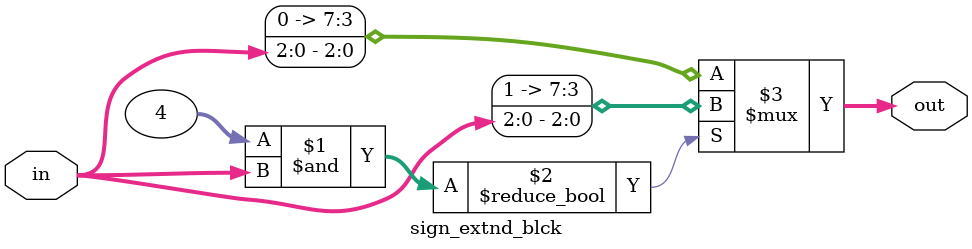
<source format=v>
`timescale 1ns / 1ps


module sign_extnd_blck(
    input [2:0] in,
    output [7:0] out
    );
    
    assign out = ((1<<2)&in)?{5'b11111,in}:{5'b0,in};
endmodule

</source>
